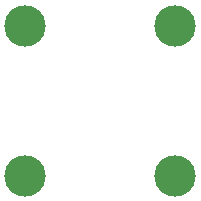
<source format=gbr>
%TF.GenerationSoftware,KiCad,Pcbnew,6.0.11-2627ca5db0~126~ubuntu22.04.1*%
%TF.CreationDate,2024-04-26T14:23:43+02:00*%
%TF.ProjectId,OTBreakOut_AntennaPanel,4f544272-6561-46b4-9f75-745f416e7465,rev?*%
%TF.SameCoordinates,Original*%
%TF.FileFunction,Soldermask,Bot*%
%TF.FilePolarity,Negative*%
%FSLAX46Y46*%
G04 Gerber Fmt 4.6, Leading zero omitted, Abs format (unit mm)*
G04 Created by KiCad (PCBNEW 6.0.11-2627ca5db0~126~ubuntu22.04.1) date 2024-04-26 14:23:43*
%MOMM*%
%LPD*%
G01*
G04 APERTURE LIST*
%ADD10C,3.500000*%
G04 APERTURE END LIST*
D10*
%TO.C,REF\u002A\u002A*%
X106350000Y-69150000D03*
X106350000Y-81850000D03*
X93650000Y-69150000D03*
X93650000Y-81850000D03*
%TD*%
M02*

</source>
